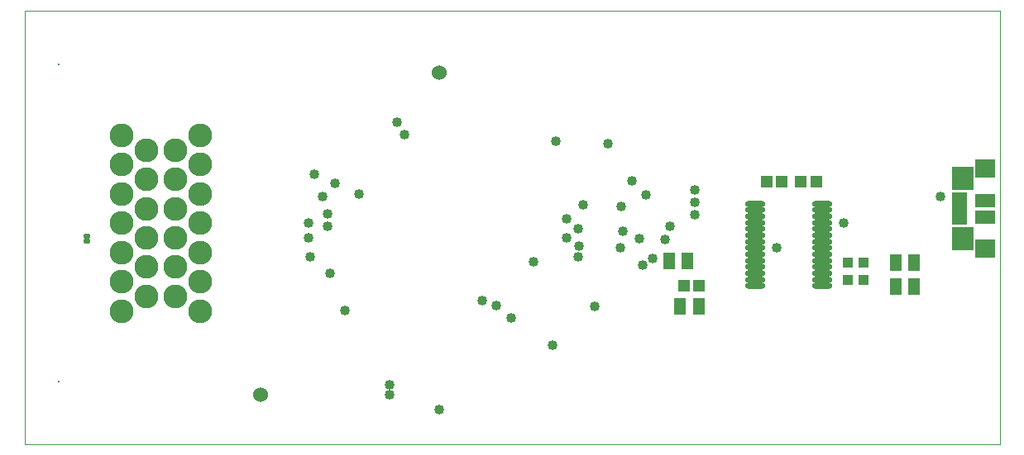
<source format=gbs>
G04*
G04 #@! TF.GenerationSoftware,Altium Limited,Altium Designer,18.1.6 (161)*
G04*
G04 Layer_Color=16711935*
%FSLAX25Y25*%
%MOIN*%
G70*
G01*
G75*
%ADD17C,0.00100*%
%ADD32R,0.04150X0.04150*%
%ADD33R,0.04937X0.06512*%
%ADD41R,0.05134X0.05134*%
%ADD42C,0.09661*%
%ADD43C,0.01000*%
%ADD44C,0.04000*%
%ADD45C,0.06000*%
%ADD58R,0.08480X0.05724*%
%ADD59R,0.08480X0.07299*%
%ADD60R,0.08874X0.09268*%
%ADD61R,0.06315X0.02575*%
G04:AMPARAMS|DCode=62|XSize=20mil|YSize=29mil|CornerRadius=7.5mil|HoleSize=0mil|Usage=FLASHONLY|Rotation=270.000|XOffset=0mil|YOffset=0mil|HoleType=Round|Shape=RoundedRectangle|*
%AMROUNDEDRECTD62*
21,1,0.02000,0.01400,0,0,270.0*
21,1,0.00500,0.02900,0,0,270.0*
1,1,0.01500,-0.00700,-0.00250*
1,1,0.01500,-0.00700,0.00250*
1,1,0.01500,0.00700,0.00250*
1,1,0.01500,0.00700,-0.00250*
%
%ADD62ROUNDEDRECTD62*%
%ADD63O,0.08087X0.02378*%
D17*
X0Y0D02*
Y175000D01*
X393000D01*
Y0D02*
Y175000D01*
X0Y0D02*
X393000D01*
D32*
X338000Y66146D02*
D03*
X331701D02*
D03*
Y73174D02*
D03*
X338000D02*
D03*
D33*
X351110D02*
D03*
X358591D02*
D03*
X351110Y63587D02*
D03*
X358591D02*
D03*
X267165Y74000D02*
D03*
X259685D02*
D03*
X271740Y55657D02*
D03*
X264260D02*
D03*
D41*
X265638Y63745D02*
D03*
X271740D02*
D03*
X305157Y106052D02*
D03*
X299055D02*
D03*
X312935D02*
D03*
X319037D02*
D03*
D42*
X39252Y53720D02*
D03*
Y65531D02*
D03*
Y77342D02*
D03*
Y89153D02*
D03*
Y100965D02*
D03*
Y112776D02*
D03*
Y124587D02*
D03*
X60905Y59626D02*
D03*
Y71437D02*
D03*
Y83248D02*
D03*
Y95059D02*
D03*
Y106870D02*
D03*
Y118681D02*
D03*
X70748Y53720D02*
D03*
Y65531D02*
D03*
Y77342D02*
D03*
Y89153D02*
D03*
Y100965D02*
D03*
Y112776D02*
D03*
Y124587D02*
D03*
X49095Y118681D02*
D03*
Y106870D02*
D03*
Y95059D02*
D03*
Y83248D02*
D03*
Y71437D02*
D03*
Y59626D02*
D03*
D43*
X13661Y153130D02*
D03*
Y25177D02*
D03*
D44*
X270000Y92641D02*
D03*
X260000Y87759D02*
D03*
X258000Y82641D02*
D03*
X270000Y97641D02*
D03*
X247709Y82917D02*
D03*
X250374Y100633D02*
D03*
X244783Y106380D02*
D03*
X270000Y102602D02*
D03*
X240500Y95803D02*
D03*
X205000Y73731D02*
D03*
X214110Y122259D02*
D03*
X235000Y121249D02*
D03*
X150000Y129824D02*
D03*
X153000Y125000D02*
D03*
X147000Y20000D02*
D03*
Y24000D02*
D03*
X369000Y100000D02*
D03*
X330000Y89336D02*
D03*
X303000Y79099D02*
D03*
X212953Y39803D02*
D03*
X167000Y14000D02*
D03*
X196000Y51000D02*
D03*
X190000Y56000D02*
D03*
X129000Y54000D02*
D03*
X184500Y58000D02*
D03*
X223570Y80000D02*
D03*
X223000Y75472D02*
D03*
X218315Y83248D02*
D03*
X223178Y87000D02*
D03*
X218315Y90791D02*
D03*
X241075Y86000D02*
D03*
X225000Y96696D02*
D03*
X240000Y79099D02*
D03*
X253091Y75043D02*
D03*
X115000Y75472D02*
D03*
X114371Y83248D02*
D03*
X114315Y89153D02*
D03*
X122241Y87759D02*
D03*
Y92759D02*
D03*
X120000Y100000D02*
D03*
X116670Y108839D02*
D03*
X125000Y105137D02*
D03*
X134925Y100965D02*
D03*
X123235Y68863D02*
D03*
X249031Y72211D02*
D03*
X229758Y55657D02*
D03*
D45*
X95000Y20000D02*
D03*
X166965Y150000D02*
D03*
D58*
X387266Y98347D02*
D03*
Y91654D02*
D03*
D59*
Y111142D02*
D03*
Y78858D02*
D03*
D60*
X378014Y107205D02*
D03*
Y82795D02*
D03*
D61*
X376734Y100118D02*
D03*
Y97559D02*
D03*
Y95000D02*
D03*
Y92441D02*
D03*
Y89882D02*
D03*
D62*
X25000Y81750D02*
D03*
Y83750D02*
D03*
D63*
X294614Y63745D02*
D03*
Y66304D02*
D03*
Y68863D02*
D03*
Y71422D02*
D03*
Y73981D02*
D03*
Y76540D02*
D03*
Y79099D02*
D03*
Y81658D02*
D03*
Y84217D02*
D03*
Y86776D02*
D03*
Y89336D02*
D03*
Y91895D02*
D03*
Y94454D02*
D03*
Y97013D02*
D03*
X321386Y63745D02*
D03*
Y66304D02*
D03*
Y68863D02*
D03*
Y71422D02*
D03*
Y73981D02*
D03*
Y76540D02*
D03*
Y79099D02*
D03*
Y81658D02*
D03*
Y84217D02*
D03*
Y86776D02*
D03*
Y89336D02*
D03*
Y91895D02*
D03*
Y94454D02*
D03*
Y97013D02*
D03*
M02*

</source>
